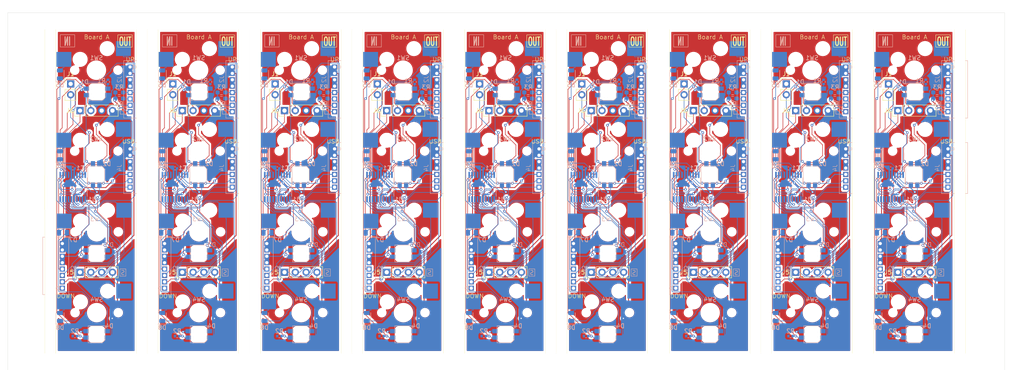
<source format=kicad_pcb>
(kicad_pcb
	(version 20240108)
	(generator "pcbnew")
	(generator_version "8.0")
	(general
		(thickness 1.6)
		(legacy_teardrops no)
	)
	(paper "A4")
	(layers
		(0 "F.Cu" signal)
		(1 "In1.Cu" signal)
		(2 "In2.Cu" signal)
		(31 "B.Cu" signal)
		(32 "B.Adhes" user "B.Adhesive")
		(33 "F.Adhes" user "F.Adhesive")
		(34 "B.Paste" user)
		(35 "F.Paste" user)
		(36 "B.SilkS" user "B.Silkscreen")
		(37 "F.SilkS" user "F.Silkscreen")
		(38 "B.Mask" user)
		(39 "F.Mask" user)
		(40 "Dwgs.User" user "User.Drawings")
		(41 "Cmts.User" user "User.Comments")
		(42 "Eco1.User" user "User.Eco1")
		(43 "Eco2.User" user "User.Eco2")
		(44 "Edge.Cuts" user)
		(45 "Margin" user)
		(46 "B.CrtYd" user "B.Courtyard")
		(47 "F.CrtYd" user "F.Courtyard")
		(48 "B.Fab" user)
		(49 "F.Fab" user)
		(50 "User.1" user)
		(51 "User.2" user)
		(52 "User.3" user)
		(53 "User.4" user)
		(54 "User.5" user)
		(55 "User.6" user)
		(56 "User.7" user)
		(57 "User.8" user)
		(58 "User.9" user)
	)
	(setup
		(stackup
			(layer "F.SilkS"
				(type "Top Silk Screen")
			)
			(layer "F.Paste"
				(type "Top Solder Paste")
			)
			(layer "F.Mask"
				(type "Top Solder Mask")
				(thickness 0.01)
			)
			(layer "F.Cu"
				(type "copper")
				(thickness 0.035)
			)
			(layer "dielectric 1"
				(type "prepreg")
				(thickness 0.1)
				(material "FR4")
				(epsilon_r 4.5)
				(loss_tangent 0.02)
			)
			(layer "In1.Cu"
				(type "copper")
				(thickness 0.035)
			)
			(layer "dielectric 2"
				(type "core")
				(thickness 1.24)
				(material "FR4")
				(epsilon_r 4.5)
				(loss_tangent 0.02)
			)
			(layer "In2.Cu"
				(type "copper")
				(thickness 0.035)
			)
			(layer "dielectric 3"
				(type "prepreg")
				(thickness 0.1)
				(material "FR4")
				(epsilon_r 4.5)
				(loss_tangent 0.02)
			)
			(layer "B.Cu"
				(type "copper")
				(thickness 0.035)
			)
			(layer "B.Mask"
				(type "Bottom Solder Mask")
				(thickness 0.01)
			)
			(layer "B.Paste"
				(type "Bottom Solder Paste")
			)
			(layer "B.SilkS"
				(type "Bottom Silk Screen")
			)
			(layer "F.SilkS"
				(type "Top Silk Screen")
			)
			(layer "F.Paste"
				(type "Top Solder Paste")
			)
			(layer "F.Mask"
				(type "Top Solder Mask")
				(thickness 0.01)
			)
			(layer "F.Cu"
				(type "copper")
				(thickness 0.035)
			)
			(layer "dielectric 4"
				(type "prepreg")
				(thickness 0.1)
				(material "FR4")
				(epsilon_r 4.5)
				(loss_tangent 0.02)
			)
			(layer "In1.Cu"
				(type "copper")
				(thickness 0.035)
			)
			(layer "dielectric 5"
				(type "core")
				(thickness 1.24)
				(material "FR4")
				(epsilon_r 4.5)
				(loss_tangent 0.02)
			)
			(layer "In2.Cu"
				(type "copper")
				(thickness 0.035)
			)
			(layer "dielectric 6"
				(type "prepreg")
				(thickness 0.1)
				(material "FR4")
				(epsilon_r 4.5)
				(loss_tangent 0.02)
			)
			(layer "B.Cu"
				(type "copper")
				(thickness 0.035)
			)
			(layer "B.Mask"
				(type "Bottom Solder Mask")
				(thickness 0.01)
			)
			(layer "B.Paste"
				(type "Bottom Solder Paste")
			)
			(layer "B.SilkS"
				(type "Bottom Silk Screen")
			)
			(layer "F.SilkS"
				(type "Top Silk Screen")
			)
			(layer "F.Paste"
				(type "Top Solder Paste")
			)
			(layer "F.Mask"
				(type "Top Solder Mask")
				(thickness 0.01)
			)
			(layer "F.Cu"
				(type "copper")
				(thickness 0.035)
			)
			(layer "dielectric 7"
				(type "prepreg")
				(thickness 0.1)
				(material "FR4")
				(epsilon_r 4.5)
				(loss_tangent 0.02)
			)
			(layer "In1.Cu"
				(type "copper")
				(thickness 0.035)
			)
			(layer "dielectric 8"
				(type "core")
				(thickness 1.24)
				(material "FR4")
				(epsilon_r 4.5)
				(loss_tangent 0.02)
			)
			(layer "In2.Cu"
				(type "copper")
				(thickness 0.035)
			)
			(layer "dielectric 9"
				(type "prepreg")
				(thickness 0.1)
				(material "FR4")
				(epsilon_r 4.5)
				(loss_tangent 0.02)
			)
			(layer "B.Cu"
				(type "copper")
				(thickness 0.035)
			)
			(layer "B.Mask"
				(type "Bottom Solder Mask")
				(thickness 0.01)
			)
			(layer "B.Paste"
				(type "Bottom Solder Paste")
			)
			(layer "B.SilkS"
				(type "Bottom Silk Screen")
			)
			(layer "F.SilkS"
				(type "Top Silk Screen")
			)
			(layer "F.Paste"
				(type "Top Solder Paste")
			)
			(layer "F.Mask"
				(type "Top Solder Mask")
				(thickness 0.01)
			)
			(layer "F.Cu"
				(type "copper")
				(thickness 0.035)
			)
			(layer "dielectric 10"
				(type "prepreg")
				(thickness 0.1)
				(material "FR4")
				(epsilon_r 4.5)
				(loss_tangent 0.02)
			)
			(layer "In1.Cu"
				(type "copper")
				(thickness 0.035)
			)
			(layer "dielectric 11"
				(type "core")
				(thickness 1.24)
				(material "FR4")
				(epsilon_r 4.5)
				(loss_tangent 0.02)
			)
			(layer "In2.Cu"
				(type "copper")
				(thickness 0.035)
			)
			(layer "dielectric 12"
				(type "prepreg")
				(thickness 0.1)
				(material "FR4")
				(epsilon_r 4.5)
				(loss_tangent 0.02)
			)
			(layer "B.Cu"
				(type "copper")
				(thickness 0.035)
			)
			(layer "B.Mask"
				(type "Bottom Solder Mask")
				(thickness 0.01)
			)
			(layer "B.Paste"
				(type "Bottom Solder Paste")
			)
			(layer "B.SilkS"
				(type "Bottom Silk Screen")
			)
			(copper_finish "None")
			(dielectric_constraints no)
		)
		(pad_to_mask_clearance 0)
		(allow_soldermask_bridges_in_footprints no)
		(pcbplotparams
			(layerselection 0x00010fc_ffffffff)
			(plot_on_all_layers_selection 0x0000000_00000000)
			(disableapertmacros no)
			(usegerberextensions no)
			(usegerberattributes yes)
			(usegerberadvancedattributes yes)
			(creategerberjobfile yes)
			(dashed_line_dash_ratio 12.000000)
			(dashed_line_gap_ratio 3.000000)
			(svgprecision 4)
			(plotframeref no)
			(viasonmask no)
			(mode 1)
			(useauxorigin no)
			(hpglpennumber 1)
			(hpglpenspeed 20)
			(hpglpendiameter 15.000000)
			(pdf_front_fp_property_popups yes)
			(pdf_back_fp_property_popups yes)
			(dxfpolygonmode yes)
			(dxfimperialunits yes)
			(dxfusepcbnewfont yes)
			(psnegative no)
			(psa4output no)
			(plotreference yes)
			(plotvalue yes)
			(plotfptext yes)
			(plotinvisibletext no)
			(sketchpadsonfab no)
			(subtractmaskfromsilk no)
			(outputformat 1)
			(mirror no)
			(drillshape 1)
			(scaleselection 1)
			(outputdirectory "")
		)
	)
	(net 0 "")
	(net 1 "Net-(D1-DOUT)")
	(net 2 "+5V")
	(net 3 "Net-(D1-DIN)")
	(net 4 "GND")
	(net 5 "Net-(D2-DOUT)")
	(net 6 "Net-(D3-DOUT)")
	(net 7 "/LED2")
	(net 8 "/SW1")
	(net 9 "/SW2")
	(net 10 "/SW3")
	(net 11 "/SW4")
	(net 12 "/SDA")
	(net 13 "+3.3V")
	(net 14 "/RDYout")
	(net 15 "/DP")
	(net 16 "/DM")
	(net 17 "/SWCLK")
	(net 18 "/SWDIO")
	(net 19 "/SCL")
	(net 20 "/RDYin")
	(net 21 "/LED")
	(net 22 "Net-(D5-A)")
	(net 23 "unconnected-(U1-NRST-Pad4)")
	(net 24 "/COM1")
	(net 25 "unconnected-(R2-Pad2)")
	(net 26 "Net-(D6-A)")
	(net 27 "Net-(D7-A)")
	(net 28 "Net-(D8-A)")
	(net 29 "/COM2")
	(net 30 "unconnected-(U1-PA5-Pad11)")
	(footprint "Connector_PinHeader_2.54mm:PinHeader_1x04_P2.54mm_Vertical" (layer "F.Cu") (at 70.96 70.99 90))
	(footprint "Connector_PinHeader_2.54mm:PinHeader_1x02_P2.54mm_Vertical" (layer "F.Cu") (at 68.76 64.715))
	(footprint "Library:CUT" (layer "F.Cu") (at 85.52 90))
	(footprint "Connector_PinHeader_2.54mm:PinHeader_1x04_P2.54mm_Vertical" (layer "F.Cu") (at 166.96 70.99 90))
	(footprint "Library:CUT" (layer "F.Cu") (at 160 90))
	(footprint "Connector_PinHeader_2.54mm:PinHeader_1x04_P2.54mm_Vertical" (layer "F.Cu") (at 238.96 108.99 90))
	(footprint "Connector_PinHeader_2.54mm:PinHeader_1x02_P2.54mm_Vertical" (layer "F.Cu") (at 188.76 64.715))
	(footprint "Connector_PinHeader_2.54mm:PinHeader_1x02_P2.54mm_Vertical" (layer "F.Cu") (at 44.76 64.715))
	(footprint "Library:CUT" (layer "F.Cu") (at 253.52 90))
	(footprint "Connector_PinHeader_2.54mm:PinHeader_1x02_P2.54mm_Vertical" (layer "F.Cu") (at 212.76 64.715))
	(footprint "Library:CUT" (layer "F.Cu") (at 109.52 90))
	(footprint "Connector_PinHeader_2.54mm:PinHeader_1x04_P2.54mm_Vertical" (layer "F.Cu") (at 118.96 70.99 90))
	(footprint "Connector_PinHeader_2.54mm:PinHeader_1x04_P2.54mm_Vertical" (layer "F.Cu") (at 70.96 108.99 90))
	(footprint "Library:CUT" (layer "F.Cu") (at 112 90))
	(footprint "Library:CUT" (layer "F.Cu") (at 64 90))
	(footprint "Connector_PinHeader_2.54mm:PinHeader_1x04_P2.54mm_Vertical" (layer "F.Cu") (at 46.96 70.99 90))
	(footprint "Library:CUT" (layer "F.Cu") (at 136 90))
	(footprint "Library:CUT" (layer "F.Cu") (at 229.52 90))
	(footprint "Connector_PinHeader_2.54mm:PinHeader_1x02_P2.54mm_Vertical" (layer "F.Cu") (at 116.76 64.715))
	(footprint "Connector_PinHeader_2.54mm:PinHeader_1x04_P2.54mm_Vertical" (layer "F.Cu") (at 190.96 108.99 90))
	(footprint "Library:CUT" (layer "F.Cu") (at 133.52 90))
	(footprint "Connector_PinHeader_2.54mm:PinHeader_1x02_P2.54mm_Vertical" (layer "F.Cu") (at 236.76 64.715))
	(footprint "Library:CUT" (layer "F.Cu") (at 208 90))
	(footprint "Connector_PinHeader_2.54mm:PinHeader_1x02_P2.54mm_Vertical" (layer "F.Cu") (at 164.76 64.715))
	(footprint "Connector_PinHeader_2.54mm:PinHeader_1x04_P2.54mm_Vertical" (layer "F.Cu") (at 142.96 108.99 90))
	(footprint "Library:CUT" (layer "F.Cu") (at 205.52 90))
	(footprint "Connector_PinHeader_2.54mm:PinHeader_1x04_P2.54mm_Vertical" (layer "F.Cu") (at 214.96 108.99 90))
	(footprint "Library:CUT" (layer "F.Cu") (at 184 90))
	(footprint "Connector_PinHeader_2.54mm:PinHeader_1x04_P2.54mm_Vertical" (layer "F.Cu") (at 118.96 108.99 90))
	(footprint "Connector_PinHeader_2.54mm:PinHeader_1x04_P2.54mm_Vertical" (layer "F.Cu") (at 94.96 108.99 90))
	(footprint "Library:CUT" (layer "F.Cu") (at 157.52 90))
	(footprint "Connector_PinHeader_2.54mm:PinHeader_1x02_P2.54mm_Vertical" (layer "F.Cu") (at 140.76 64.715))
	(footprint "Connector_PinHeader_2.54mm:PinHeader_1x04_P2.54mm_Vertical" (layer "F.Cu") (at 166.96 108.99 90))
	(footprint "Library:CUT" (layer "F.Cu") (at 61.52 90))
	(footprint "Library:CUT" (layer "F.Cu") (at 40 90))
	(footprint "Connector_PinHeader_2.54mm:PinHeader_1x02_P2.54mm_Vertical" (layer "F.Cu") (at 92.76 64.715))
	(footprint "Connector_PinHeader_2.54mm:PinHeader_1x04_P2.54mm_Vertical" (layer "F.Cu") (at 142.96 70.99 90))
	(footprint "Connector_PinHeader_2.54mm:PinHeader_1x04_P2.54mm_Vertical" (layer "F.Cu") (at 46.96 108.99 90))
	(footprint "Library:CUT" (layer "F.Cu") (at 88 90))
	(footprint "Connector_PinHeader_2.54mm:PinHeader_1x04_P2.54mm_Vertical" (layer "F.Cu") (at 238.96 70.99 90))
	(footprint "Library:CUT" (layer "F.Cu") (at 181.52 90))
	(footprint "Connector_PinHeader_2.54mm:PinHeader_1x04_P2.54mm_Vertical" (layer "F.Cu") (at 190.96 70.99 90))
	(footprint "Connector_PinHeader_2.54mm:PinHeader_1x04_P2.54mm_Vertical" (layer "F.Cu") (at 94.96 70.99 90))
	(footprint "Connector_PinHeader_2.54mm:PinHeader_1x04_P2.54mm_Vertical"
		(layer "F.Cu")
		(uuid "f192f5fb-50e4-4b24-a2c3-79cb1faaa5c2")
		(at 214.96 70.99 90)
		(descr "Through hole straight pin header, 1x04, 2.54mm pitch, single row")
		(tags "Through hole pin header THT 1x04 2.54mm single row")
		(property "Reference" "J6"
			(at 0 -2.33 180)
			(layer "F.SilkS")
			(uuid "d6adb5a6-3155-484d-9020-5f82f8d9c70b")
			(effects
				(font
					(size 1 1)
					(thickness 0.15)
				)
			)
		)
		(property "Value" "Conn_Proxy2"
			(at 0 9.95 90)
			(layer "F.Fab")
			(uuid "3a589f04-c23d-4107-b2ff-a6af7f7a1c82")
			(effects
				(font
					(size 1 1)
					(thickness 0.15)
				)
			)
		)
		(property "Footprint" "Connector_PinHeader_2.54mm:PinHeader_1x04_P2.54mm_Vertical"
			(at 0 0 90)
			(unlocked yes)
			(layer "F.Fab")
			(hide yes)
			(uuid "01a38f66-1362-4b5d-b541-cf300e5f8c0e")
			(effects
				(font
					(size 1.27 1.27)
					(thickness 0.15)
				)
			)
		)
		(property "Datasheet" ""
			(at 0 0 90)
			(unlocked yes)
			(layer "F.Fab")
			(hide yes)
			(uuid "e8c84a67-045c-4b1c-ac11-08bec1714702")
			(effects
				(font
					(size 1.27 1.27)
					(thickness 0.15)
				)
			)
		)
		(property "Description" "Generic connector, single row, 01x04, script generated (kicad-library-utils/schlib/autogen/connector/)"
			(at 0 0 90)
			(unlocked yes)
			(layer "F.Fab")
			(hide yes)
			(uuid "f0ccb780-fbe5-457e-a000-b4b3b399f070")
			(effects
				(font
					(size 1.27 1.27)
					(thickness 0.15)
				)
			)
		)
		(path "/d88ce6fa-6c33-44c7-b3c5-32bc53d32fa1")
		(attr through_hole dnp)
		(fp_line
			(start -1.33 -1.33)
			(end 0 -1.33)
			(stroke
				(width 0.12)
				(type solid)
			)
			(layer "F.SilkS")
			(uuid "50121172-7737-420b-989f-2e57d2aeda57")
		)
		(fp_line
			(start -1.33 0)
			(end -1.33 -1.33)
			(stroke
				(width 0.12)
				(type solid)
			)
			(layer "F.SilkS")
			(uuid "76c27197-d147-4ce1-8714-78ad8f7712cd")
		)
		(fp_line
			(start 1.33 1.27)
			(end 1.33 8.95)
			(stroke
				(width 0.12)
				(type solid)
			)
			(layer "F.SilkS")
			(uuid "f8dab4ba-9da5-4b26-a044-bf1013cde34d")
		)
		(fp_line
			(start -1.33 1.27)
			(end 1.33 1.27)
			(stroke
				(width 0.12)
				(type solid)
			)
			(layer "F.SilkS")
			(uuid "03a70741-9a3d-4684-92e6-c1460527d470")
		)
		(fp_line
			(start -1.33 1.27)
			(end -1.33 8.95)
			(stroke
				(width 0.12)
				(type solid)
			)
			(layer "F.SilkS")
			(uuid "5e6738b6-bf2a-407a-96d8-9fb98cfb9c47")
		)
		(fp_line
			(start -1.33 8.95)
			(end 1.33 8.95)
			(stroke
				(width 0.12)
				(type solid)
			)
			(layer "F.SilkS")
			(uuid "d05dd50c-c080-4f9f-9125-4eeabe21c70f")
		)
		(fp_line
			(start 1.8 -1.8)
			(end -1.8 -1.8)
			(stroke
				(width 0.05)
				(type solid)
			)
			(layer "F.CrtYd")
			(uuid "37268be6-40a4-49fb-9ac6-75d330f4123a")
		)
		(fp_line
			(start -1.8 -1.8)
			(end -1.8 9.4)
			(stroke
				(width 0.05)
				(type solid)
			)
			(layer "F.CrtYd")
			(uuid "68de6242-46e5-4be7-99e3-645d400473c5")
		)
		(fp_line
			(start 1.8 9.4)
			(end 1.8 -1.8)
			(stroke
				(width 0.05)
				(type solid)
			)
			(layer "F.CrtYd")
			(uuid "1bf9cac3-ac83-415d-aea5-96c6e786
... [4611630 chars truncated]
</source>
